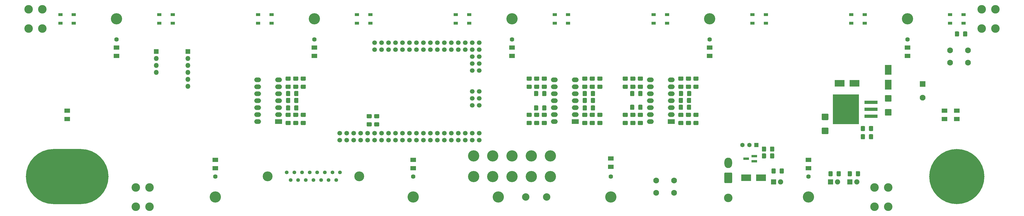
<source format=gbr>
%TF.GenerationSoftware,KiCad,Pcbnew,(5.1.6)-1*%
%TF.CreationDate,2021-05-10T16:49:00-07:00*%
%TF.ProjectId,NiCd Battery Shield - VP400KH,4e694364-2042-4617-9474-657279205368,1*%
%TF.SameCoordinates,Original*%
%TF.FileFunction,Soldermask,Top*%
%TF.FilePolarity,Negative*%
%FSLAX46Y46*%
G04 Gerber Fmt 4.6, Leading zero omitted, Abs format (unit mm)*
G04 Created by KiCad (PCBNEW (5.1.6)-1) date 2021-05-10 16:49:00*
%MOMM*%
%LPD*%
G01*
G04 APERTURE LIST*
%ADD10C,20.100000*%
%ADD11C,0.600000*%
%ADD12O,30.100000X20.100000*%
%ADD13C,1.350000*%
%ADD14C,3.600000*%
%ADD15C,2.100000*%
%ADD16R,2.100000X2.100000*%
%ADD17C,1.624000*%
%ADD18R,3.600000X2.400000*%
%ADD19C,4.100000*%
%ADD20C,2.700000*%
%ADD21C,1.900000*%
%ADD22R,1.900000X1.900000*%
%ADD23R,1.600000X1.100000*%
%ADD24R,2.100000X1.620000*%
%ADD25O,1.800000X1.800000*%
%ADD26R,1.800000X1.800000*%
%ADD27C,3.100000*%
%ADD28O,2.800000X3.800000*%
%ADD29R,2.000000X0.900000*%
%ADD30O,2.500000X1.700000*%
%ADD31R,2.500000X1.700000*%
%ADD32C,1.700000*%
%ADD33R,9.500000X10.900000*%
%ADD34R,4.700000X1.200000*%
%ADD35R,1.600000X1.600000*%
%ADD36C,1.600000*%
%ADD37R,2.400000X3.600000*%
G04 APERTURE END LIST*
D10*
%TO.C,J1*%
X382000000Y-185000000D03*
D11*
X382000000Y-178650000D03*
X379828172Y-179032952D03*
X377918299Y-180135618D03*
X376500739Y-181825000D03*
X375746471Y-183897334D03*
X375746471Y-186102666D03*
X376500739Y-188175000D03*
X377918299Y-189864382D03*
X379828172Y-190967048D03*
X382000000Y-191350000D03*
X384171828Y-190967048D03*
X386081701Y-189864382D03*
X387499261Y-188175000D03*
X388253529Y-186102666D03*
X388253529Y-183897334D03*
X387499261Y-181825000D03*
X386081701Y-180135618D03*
X384171828Y-179032952D03*
X382000000Y-177380000D03*
X379393807Y-177839542D03*
X377101958Y-179162741D03*
X375400886Y-181190000D03*
X374495765Y-183676801D03*
X374495765Y-186323199D03*
X375400886Y-188810000D03*
X377101958Y-190837259D03*
X379393807Y-192160458D03*
X382000000Y-192620000D03*
X384606193Y-192160458D03*
X386898042Y-190837259D03*
X388599114Y-188810000D03*
X389504235Y-186323199D03*
X389504235Y-183676801D03*
X388599114Y-181190000D03*
X386898042Y-179162741D03*
X384606193Y-177839542D03*
X382000000Y-176110000D03*
X378959441Y-176646133D03*
X376285618Y-178189865D03*
X374301034Y-180555000D03*
X373245059Y-183456268D03*
X373245059Y-186543732D03*
X374301034Y-189445000D03*
X376285618Y-191810135D03*
X378959441Y-193353867D03*
X382000000Y-193890000D03*
X385040559Y-193353867D03*
X387714382Y-191810135D03*
X389698966Y-189445000D03*
X390754941Y-186543732D03*
X390754941Y-183456268D03*
X389698966Y-180555000D03*
X387714382Y-178189865D03*
X385040559Y-176646133D03*
%TD*%
%TO.C,J12*%
X58000000Y-193650000D03*
X58000000Y-191110000D03*
X60500000Y-192380000D03*
X60500000Y-191110000D03*
X60500000Y-193650000D03*
X58000000Y-192380000D03*
X55500000Y-193650000D03*
X55500000Y-191110000D03*
X55500000Y-192380000D03*
X58000000Y-178400000D03*
X58000000Y-177130000D03*
X58000000Y-175860000D03*
X60500000Y-178400000D03*
X60500000Y-175860000D03*
X60500000Y-177130000D03*
X55500000Y-178400000D03*
X55500000Y-177130000D03*
X55500000Y-175860000D03*
X68714382Y-191560135D03*
X63000000Y-191100000D03*
X63000000Y-178400000D03*
X65606193Y-177589542D03*
X63000000Y-192370000D03*
X69599114Y-188560000D03*
X66040559Y-176396133D03*
X68714382Y-177939865D03*
X70698966Y-180305000D03*
X63000000Y-177130000D03*
X63000000Y-193640000D03*
X70504235Y-183426801D03*
X68499261Y-187925000D03*
X65171828Y-178782952D03*
X71754941Y-183206268D03*
X70698966Y-189195000D03*
X66040559Y-193103867D03*
X63000000Y-175860000D03*
X67898042Y-178912741D03*
X69599114Y-180940000D03*
X70504235Y-186073199D03*
X67081701Y-189614382D03*
X68499261Y-181575000D03*
X67081701Y-179885618D03*
X65606193Y-191910458D03*
X65171828Y-190717048D03*
X67898042Y-190587259D03*
X69253529Y-183647334D03*
X71754941Y-186293732D03*
X69253529Y-185852666D03*
X47285618Y-191560135D03*
X44245059Y-186293732D03*
X46400886Y-188560000D03*
X53000000Y-191100000D03*
X46746471Y-183647334D03*
X53000000Y-178400000D03*
X46400886Y-180940000D03*
X48918299Y-189614382D03*
X53000000Y-192370000D03*
X53000000Y-177130000D03*
X53000000Y-193640000D03*
X50828172Y-178782952D03*
X50393807Y-177589542D03*
X50828172Y-190717048D03*
X49959441Y-193103867D03*
X45301034Y-189195000D03*
X45301034Y-180305000D03*
X45495765Y-183426801D03*
X47500739Y-181575000D03*
X47285618Y-177939865D03*
X47500739Y-187925000D03*
X49959441Y-176396133D03*
X53000000Y-175860000D03*
X48101958Y-178912741D03*
X50393807Y-191910458D03*
X48101958Y-190587259D03*
X46746471Y-185852666D03*
X48918299Y-179885618D03*
X44245059Y-183206268D03*
X45495765Y-186073199D03*
D12*
X58000000Y-185000000D03*
%TD*%
D13*
%TO.C,J6*%
X156005000Y-186340000D03*
X153235000Y-186340000D03*
X150465000Y-186340000D03*
X147695000Y-186340000D03*
X144925000Y-186340000D03*
X142155000Y-186340000D03*
X139385000Y-186340000D03*
X157390000Y-183500000D03*
X154620000Y-183500000D03*
X151850000Y-183500000D03*
X149080000Y-183500000D03*
X146310000Y-183500000D03*
X143540000Y-183500000D03*
X140770000Y-183500000D03*
X138000000Y-183500000D03*
D14*
X164345000Y-184920000D03*
X131045000Y-184920000D03*
%TD*%
D15*
%TO.C,C4*%
X369500000Y-156250000D03*
D16*
X369500000Y-151250000D03*
%TD*%
D17*
%TO.C,J7*%
X220000000Y-135000000D03*
%TD*%
D18*
%TO.C,D1*%
X339300000Y-151000000D03*
X344700000Y-151000000D03*
%TD*%
D19*
%TO.C,TP19*%
X76000000Y-127500000D03*
%TD*%
%TO.C,TP17*%
X112000000Y-192500000D03*
%TD*%
%TO.C,TP14*%
X148000000Y-127500000D03*
%TD*%
%TO.C,TP12*%
X184000000Y-192500000D03*
%TD*%
%TO.C,TP10*%
X220000000Y-127500000D03*
%TD*%
%TO.C,TP8*%
X256000000Y-192500000D03*
%TD*%
%TO.C,TP6*%
X292000000Y-127500000D03*
%TD*%
%TO.C,TP4*%
X328000000Y-192500000D03*
%TD*%
%TO.C,TP2*%
X364000000Y-127500000D03*
%TD*%
D20*
%TO.C,TP15*%
X232620000Y-192500000D03*
X225000000Y-192500000D03*
%TD*%
D17*
%TO.C,J11*%
X76000000Y-135000000D03*
%TD*%
%TO.C,J10*%
X112000000Y-185000000D03*
%TD*%
%TO.C,J9*%
X148000000Y-135000000D03*
%TD*%
%TO.C,J8*%
X184000000Y-185000000D03*
%TD*%
%TO.C,J5*%
X256000000Y-185000000D03*
%TD*%
%TO.C,J4*%
X292000000Y-135000000D03*
%TD*%
%TO.C,J3*%
X328000000Y-185000000D03*
%TD*%
%TO.C,J2*%
X364000000Y-135000000D03*
%TD*%
D21*
%TO.C,D5*%
X338540000Y-187000000D03*
D22*
X336000000Y-187000000D03*
%TD*%
D21*
%TO.C,D3*%
X345540000Y-187000000D03*
D22*
X343000000Y-187000000D03*
%TD*%
%TO.C,R47*%
G36*
G01*
X317462500Y-183657456D02*
X317462500Y-182342544D01*
G75*
G02*
X317730044Y-182075000I267544J0D01*
G01*
X318719956Y-182075000D01*
G75*
G02*
X318987500Y-182342544I0J-267544D01*
G01*
X318987500Y-183657456D01*
G75*
G02*
X318719956Y-183925000I-267544J0D01*
G01*
X317730044Y-183925000D01*
G75*
G02*
X317462500Y-183657456I0J267544D01*
G01*
G37*
G36*
G01*
X314487500Y-183657456D02*
X314487500Y-182342544D01*
G75*
G02*
X314755044Y-182075000I267544J0D01*
G01*
X315744956Y-182075000D01*
G75*
G02*
X316012500Y-182342544I0J-267544D01*
G01*
X316012500Y-183657456D01*
G75*
G02*
X315744956Y-183925000I-267544J0D01*
G01*
X314755044Y-183925000D01*
G75*
G02*
X314487500Y-183657456I0J267544D01*
G01*
G37*
%TD*%
D21*
%TO.C,D4*%
X317790000Y-187000000D03*
D22*
X315250000Y-187000000D03*
%TD*%
%TO.C,C6*%
G36*
G01*
X333036110Y-167175000D02*
X334963890Y-167175000D01*
G75*
G02*
X335225000Y-167436110I0J-261110D01*
G01*
X335225000Y-169263890D01*
G75*
G02*
X334963890Y-169525000I-261110J0D01*
G01*
X333036110Y-169525000D01*
G75*
G02*
X332775000Y-169263890I0J261110D01*
G01*
X332775000Y-167436110D01*
G75*
G02*
X333036110Y-167175000I261110J0D01*
G01*
G37*
G36*
G01*
X333036110Y-162075000D02*
X334963890Y-162075000D01*
G75*
G02*
X335225000Y-162336110I0J-261110D01*
G01*
X335225000Y-164163890D01*
G75*
G02*
X334963890Y-164425000I-261110J0D01*
G01*
X333036110Y-164425000D01*
G75*
G02*
X332775000Y-164163890I0J261110D01*
G01*
X332775000Y-162336110D01*
G75*
G02*
X333036110Y-162075000I261110J0D01*
G01*
G37*
%TD*%
%TO.C,C5*%
G36*
G01*
X356036110Y-160425000D02*
X357963890Y-160425000D01*
G75*
G02*
X358225000Y-160686110I0J-261110D01*
G01*
X358225000Y-162513890D01*
G75*
G02*
X357963890Y-162775000I-261110J0D01*
G01*
X356036110Y-162775000D01*
G75*
G02*
X355775000Y-162513890I0J261110D01*
G01*
X355775000Y-160686110D01*
G75*
G02*
X356036110Y-160425000I261110J0D01*
G01*
G37*
G36*
G01*
X356036110Y-155325000D02*
X357963890Y-155325000D01*
G75*
G02*
X358225000Y-155586110I0J-261110D01*
G01*
X358225000Y-157413890D01*
G75*
G02*
X357963890Y-157675000I-261110J0D01*
G01*
X356036110Y-157675000D01*
G75*
G02*
X355775000Y-157413890I0J261110D01*
G01*
X355775000Y-155586110D01*
G75*
G02*
X356036110Y-155325000I261110J0D01*
G01*
G37*
%TD*%
%TO.C,C1*%
G36*
G01*
X283712500Y-157907456D02*
X283712500Y-156592544D01*
G75*
G02*
X283980044Y-156325000I267544J0D01*
G01*
X284969956Y-156325000D01*
G75*
G02*
X285237500Y-156592544I0J-267544D01*
G01*
X285237500Y-157907456D01*
G75*
G02*
X284969956Y-158175000I-267544J0D01*
G01*
X283980044Y-158175000D01*
G75*
G02*
X283712500Y-157907456I0J267544D01*
G01*
G37*
G36*
G01*
X280737500Y-157907456D02*
X280737500Y-156592544D01*
G75*
G02*
X281005044Y-156325000I267544J0D01*
G01*
X281994956Y-156325000D01*
G75*
G02*
X282262500Y-156592544I0J-267544D01*
G01*
X282262500Y-157907456D01*
G75*
G02*
X281994956Y-158175000I-267544J0D01*
G01*
X281005044Y-158175000D01*
G75*
G02*
X280737500Y-157907456I0J267544D01*
G01*
G37*
%TD*%
%TO.C,C2*%
G36*
G01*
X248712500Y-157907456D02*
X248712500Y-156592544D01*
G75*
G02*
X248980044Y-156325000I267544J0D01*
G01*
X249969956Y-156325000D01*
G75*
G02*
X250237500Y-156592544I0J-267544D01*
G01*
X250237500Y-157907456D01*
G75*
G02*
X249969956Y-158175000I-267544J0D01*
G01*
X248980044Y-158175000D01*
G75*
G02*
X248712500Y-157907456I0J267544D01*
G01*
G37*
G36*
G01*
X245737500Y-157907456D02*
X245737500Y-156592544D01*
G75*
G02*
X246005044Y-156325000I267544J0D01*
G01*
X246994956Y-156325000D01*
G75*
G02*
X247262500Y-156592544I0J-267544D01*
G01*
X247262500Y-157907456D01*
G75*
G02*
X246994956Y-158175000I-267544J0D01*
G01*
X246005044Y-158175000D01*
G75*
G02*
X245737500Y-157907456I0J267544D01*
G01*
G37*
%TD*%
%TO.C,C3*%
G36*
G01*
X140712500Y-157907456D02*
X140712500Y-156592544D01*
G75*
G02*
X140980044Y-156325000I267544J0D01*
G01*
X141969956Y-156325000D01*
G75*
G02*
X142237500Y-156592544I0J-267544D01*
G01*
X142237500Y-157907456D01*
G75*
G02*
X141969956Y-158175000I-267544J0D01*
G01*
X140980044Y-158175000D01*
G75*
G02*
X140712500Y-157907456I0J267544D01*
G01*
G37*
G36*
G01*
X137737500Y-157907456D02*
X137737500Y-156592544D01*
G75*
G02*
X138005044Y-156325000I267544J0D01*
G01*
X138994956Y-156325000D01*
G75*
G02*
X139262500Y-156592544I0J-267544D01*
G01*
X139262500Y-157907456D01*
G75*
G02*
X138994956Y-158175000I-267544J0D01*
G01*
X138005044Y-158175000D01*
G75*
G02*
X137737500Y-157907456I0J267544D01*
G01*
G37*
%TD*%
D18*
%TO.C,D6*%
X310650000Y-185500000D03*
X305250000Y-185500000D03*
%TD*%
D23*
%TO.C,D7*%
X379550000Y-125900000D03*
X379550000Y-129100000D03*
X384450000Y-125900000D03*
X384450000Y-129100000D03*
%TD*%
%TO.C,D8*%
X343550000Y-125900000D03*
X343550000Y-129100000D03*
X348450000Y-125900000D03*
X348450000Y-129100000D03*
%TD*%
%TO.C,D9*%
X307550000Y-125900000D03*
X307550000Y-129100000D03*
X312450000Y-125900000D03*
X312450000Y-129100000D03*
%TD*%
%TO.C,D10*%
X271550000Y-125900000D03*
X271550000Y-129100000D03*
X276450000Y-125900000D03*
X276450000Y-129100000D03*
%TD*%
%TO.C,D11*%
X235550000Y-125900000D03*
X235550000Y-129100000D03*
X240450000Y-125900000D03*
X240450000Y-129100000D03*
%TD*%
%TO.C,D12*%
X199550000Y-125900000D03*
X199550000Y-129100000D03*
X204450000Y-125900000D03*
X204450000Y-129100000D03*
%TD*%
%TO.C,D13*%
X163550000Y-125900000D03*
X163550000Y-129100000D03*
X168450000Y-125900000D03*
X168450000Y-129100000D03*
%TD*%
%TO.C,D14*%
X127550000Y-125900000D03*
X127550000Y-129100000D03*
X132450000Y-125900000D03*
X132450000Y-129100000D03*
%TD*%
%TO.C,D15*%
X91550000Y-125900000D03*
X91550000Y-129100000D03*
X96450000Y-125900000D03*
X96450000Y-129100000D03*
%TD*%
%TO.C,D16*%
X55550000Y-125900000D03*
X55550000Y-129100000D03*
X60450000Y-125900000D03*
X60450000Y-129100000D03*
%TD*%
D24*
%TO.C,F1*%
X382000000Y-160960000D03*
X382000000Y-164000000D03*
%TD*%
%TO.C,F2*%
X364000000Y-141040000D03*
X364000000Y-138000000D03*
%TD*%
%TO.C,F3*%
X328000000Y-178960000D03*
X328000000Y-182000000D03*
%TD*%
%TO.C,F4*%
X292000000Y-141040000D03*
X292000000Y-138000000D03*
%TD*%
%TO.C,F5*%
X256000000Y-178460000D03*
X256000000Y-181500000D03*
%TD*%
%TO.C,F12*%
X377500000Y-160960000D03*
X377500000Y-164000000D03*
%TD*%
D25*
%TO.C,J14*%
X90500000Y-147045001D03*
X90500000Y-144505001D03*
X90500000Y-141965001D03*
D26*
X90500000Y-139425001D03*
%TD*%
D27*
%TO.C,J13*%
X298750000Y-192800000D03*
D28*
X298750000Y-180000000D03*
G36*
G01*
X300150000Y-183859260D02*
X300150000Y-187140740D01*
G75*
G02*
X299890740Y-187400000I-259260J0D01*
G01*
X297609260Y-187400000D01*
G75*
G02*
X297350000Y-187140740I0J259260D01*
G01*
X297350000Y-183859260D01*
G75*
G02*
X297609260Y-183600000I259260J0D01*
G01*
X299890740Y-183600000D01*
G75*
G02*
X300150000Y-183859260I0J-259260D01*
G01*
G37*
%TD*%
D25*
%TO.C,J15*%
X102000000Y-152125001D03*
X102000000Y-149585001D03*
X102000000Y-147045001D03*
X102000000Y-144505001D03*
X102000000Y-141965001D03*
D26*
X102000000Y-139425001D03*
%TD*%
D29*
%TO.C,Q1*%
X305250000Y-178500000D03*
X308250000Y-177550000D03*
X308250000Y-179450000D03*
%TD*%
%TO.C,R1*%
G36*
G01*
X283712500Y-160407456D02*
X283712500Y-159092544D01*
G75*
G02*
X283980044Y-158825000I267544J0D01*
G01*
X284969956Y-158825000D01*
G75*
G02*
X285237500Y-159092544I0J-267544D01*
G01*
X285237500Y-160407456D01*
G75*
G02*
X284969956Y-160675000I-267544J0D01*
G01*
X283980044Y-160675000D01*
G75*
G02*
X283712500Y-160407456I0J267544D01*
G01*
G37*
G36*
G01*
X280737500Y-160407456D02*
X280737500Y-159092544D01*
G75*
G02*
X281005044Y-158825000I267544J0D01*
G01*
X281994956Y-158825000D01*
G75*
G02*
X282262500Y-159092544I0J-267544D01*
G01*
X282262500Y-160407456D01*
G75*
G02*
X281994956Y-160675000I-267544J0D01*
G01*
X281005044Y-160675000D01*
G75*
G02*
X280737500Y-160407456I0J267544D01*
G01*
G37*
%TD*%
%TO.C,R2*%
G36*
G01*
X287657456Y-163262500D02*
X286342544Y-163262500D01*
G75*
G02*
X286075000Y-162994956I0J267544D01*
G01*
X286075000Y-162005044D01*
G75*
G02*
X286342544Y-161737500I267544J0D01*
G01*
X287657456Y-161737500D01*
G75*
G02*
X287925000Y-162005044I0J-267544D01*
G01*
X287925000Y-162994956D01*
G75*
G02*
X287657456Y-163262500I-267544J0D01*
G01*
G37*
G36*
G01*
X287657456Y-166237500D02*
X286342544Y-166237500D01*
G75*
G02*
X286075000Y-165969956I0J267544D01*
G01*
X286075000Y-164980044D01*
G75*
G02*
X286342544Y-164712500I267544J0D01*
G01*
X287657456Y-164712500D01*
G75*
G02*
X287925000Y-164980044I0J-267544D01*
G01*
X287925000Y-165969956D01*
G75*
G02*
X287657456Y-166237500I-267544J0D01*
G01*
G37*
%TD*%
%TO.C,R3*%
G36*
G01*
X284907456Y-163262500D02*
X283592544Y-163262500D01*
G75*
G02*
X283325000Y-162994956I0J267544D01*
G01*
X283325000Y-162005044D01*
G75*
G02*
X283592544Y-161737500I267544J0D01*
G01*
X284907456Y-161737500D01*
G75*
G02*
X285175000Y-162005044I0J-267544D01*
G01*
X285175000Y-162994956D01*
G75*
G02*
X284907456Y-163262500I-267544J0D01*
G01*
G37*
G36*
G01*
X284907456Y-166237500D02*
X283592544Y-166237500D01*
G75*
G02*
X283325000Y-165969956I0J267544D01*
G01*
X283325000Y-164980044D01*
G75*
G02*
X283592544Y-164712500I267544J0D01*
G01*
X284907456Y-164712500D01*
G75*
G02*
X285175000Y-164980044I0J-267544D01*
G01*
X285175000Y-165969956D01*
G75*
G02*
X284907456Y-166237500I-267544J0D01*
G01*
G37*
%TD*%
%TO.C,R4*%
G36*
G01*
X280842544Y-164737500D02*
X282157456Y-164737500D01*
G75*
G02*
X282425000Y-165005044I0J-267544D01*
G01*
X282425000Y-165994956D01*
G75*
G02*
X282157456Y-166262500I-267544J0D01*
G01*
X280842544Y-166262500D01*
G75*
G02*
X280575000Y-165994956I0J267544D01*
G01*
X280575000Y-165005044D01*
G75*
G02*
X280842544Y-164737500I267544J0D01*
G01*
G37*
G36*
G01*
X280842544Y-161762500D02*
X282157456Y-161762500D01*
G75*
G02*
X282425000Y-162030044I0J-267544D01*
G01*
X282425000Y-163019956D01*
G75*
G02*
X282157456Y-163287500I-267544J0D01*
G01*
X280842544Y-163287500D01*
G75*
G02*
X280575000Y-163019956I0J267544D01*
G01*
X280575000Y-162030044D01*
G75*
G02*
X280842544Y-161762500I267544J0D01*
G01*
G37*
%TD*%
%TO.C,R5*%
G36*
G01*
X283737500Y-155407456D02*
X283737500Y-154092544D01*
G75*
G02*
X284005044Y-153825000I267544J0D01*
G01*
X284994956Y-153825000D01*
G75*
G02*
X285262500Y-154092544I0J-267544D01*
G01*
X285262500Y-155407456D01*
G75*
G02*
X284994956Y-155675000I-267544J0D01*
G01*
X284005044Y-155675000D01*
G75*
G02*
X283737500Y-155407456I0J267544D01*
G01*
G37*
G36*
G01*
X280762500Y-155407456D02*
X280762500Y-154092544D01*
G75*
G02*
X281030044Y-153825000I267544J0D01*
G01*
X282019956Y-153825000D01*
G75*
G02*
X282287500Y-154092544I0J-267544D01*
G01*
X282287500Y-155407456D01*
G75*
G02*
X282019956Y-155675000I-267544J0D01*
G01*
X281030044Y-155675000D01*
G75*
G02*
X280762500Y-155407456I0J267544D01*
G01*
G37*
%TD*%
%TO.C,R6*%
G36*
G01*
X286342544Y-151487500D02*
X287657456Y-151487500D01*
G75*
G02*
X287925000Y-151755044I0J-267544D01*
G01*
X287925000Y-152744956D01*
G75*
G02*
X287657456Y-153012500I-267544J0D01*
G01*
X286342544Y-153012500D01*
G75*
G02*
X286075000Y-152744956I0J267544D01*
G01*
X286075000Y-151755044D01*
G75*
G02*
X286342544Y-151487500I267544J0D01*
G01*
G37*
G36*
G01*
X286342544Y-148512500D02*
X287657456Y-148512500D01*
G75*
G02*
X287925000Y-148780044I0J-267544D01*
G01*
X287925000Y-149769956D01*
G75*
G02*
X287657456Y-150037500I-267544J0D01*
G01*
X286342544Y-150037500D01*
G75*
G02*
X286075000Y-149769956I0J267544D01*
G01*
X286075000Y-148780044D01*
G75*
G02*
X286342544Y-148512500I267544J0D01*
G01*
G37*
%TD*%
%TO.C,R7*%
G36*
G01*
X283592544Y-151487500D02*
X284907456Y-151487500D01*
G75*
G02*
X285175000Y-151755044I0J-267544D01*
G01*
X285175000Y-152744956D01*
G75*
G02*
X284907456Y-153012500I-267544J0D01*
G01*
X283592544Y-153012500D01*
G75*
G02*
X283325000Y-152744956I0J267544D01*
G01*
X283325000Y-151755044D01*
G75*
G02*
X283592544Y-151487500I267544J0D01*
G01*
G37*
G36*
G01*
X283592544Y-148512500D02*
X284907456Y-148512500D01*
G75*
G02*
X285175000Y-148780044I0J-267544D01*
G01*
X285175000Y-149769956D01*
G75*
G02*
X284907456Y-150037500I-267544J0D01*
G01*
X283592544Y-150037500D01*
G75*
G02*
X283325000Y-149769956I0J267544D01*
G01*
X283325000Y-148780044D01*
G75*
G02*
X283592544Y-148512500I267544J0D01*
G01*
G37*
%TD*%
%TO.C,R8*%
G36*
G01*
X282157456Y-150037500D02*
X280842544Y-150037500D01*
G75*
G02*
X280575000Y-149769956I0J267544D01*
G01*
X280575000Y-148780044D01*
G75*
G02*
X280842544Y-148512500I267544J0D01*
G01*
X282157456Y-148512500D01*
G75*
G02*
X282425000Y-148780044I0J-267544D01*
G01*
X282425000Y-149769956D01*
G75*
G02*
X282157456Y-150037500I-267544J0D01*
G01*
G37*
G36*
G01*
X282157456Y-153012500D02*
X280842544Y-153012500D01*
G75*
G02*
X280575000Y-152744956I0J267544D01*
G01*
X280575000Y-151755044D01*
G75*
G02*
X280842544Y-151487500I267544J0D01*
G01*
X282157456Y-151487500D01*
G75*
G02*
X282425000Y-151755044I0J-267544D01*
G01*
X282425000Y-152744956D01*
G75*
G02*
X282157456Y-153012500I-267544J0D01*
G01*
G37*
%TD*%
%TO.C,R9*%
G36*
G01*
X264537500Y-154092544D02*
X264537500Y-155407456D01*
G75*
G02*
X264269956Y-155675000I-267544J0D01*
G01*
X263280044Y-155675000D01*
G75*
G02*
X263012500Y-155407456I0J267544D01*
G01*
X263012500Y-154092544D01*
G75*
G02*
X263280044Y-153825000I267544J0D01*
G01*
X264269956Y-153825000D01*
G75*
G02*
X264537500Y-154092544I0J-267544D01*
G01*
G37*
G36*
G01*
X267512500Y-154092544D02*
X267512500Y-155407456D01*
G75*
G02*
X267244956Y-155675000I-267544J0D01*
G01*
X266255044Y-155675000D01*
G75*
G02*
X265987500Y-155407456I0J267544D01*
G01*
X265987500Y-154092544D01*
G75*
G02*
X266255044Y-153825000I267544J0D01*
G01*
X267244956Y-153825000D01*
G75*
G02*
X267512500Y-154092544I0J-267544D01*
G01*
G37*
%TD*%
%TO.C,R10*%
G36*
G01*
X260592544Y-151487500D02*
X261907456Y-151487500D01*
G75*
G02*
X262175000Y-151755044I0J-267544D01*
G01*
X262175000Y-152744956D01*
G75*
G02*
X261907456Y-153012500I-267544J0D01*
G01*
X260592544Y-153012500D01*
G75*
G02*
X260325000Y-152744956I0J267544D01*
G01*
X260325000Y-151755044D01*
G75*
G02*
X260592544Y-151487500I267544J0D01*
G01*
G37*
G36*
G01*
X260592544Y-148512500D02*
X261907456Y-148512500D01*
G75*
G02*
X262175000Y-148780044I0J-267544D01*
G01*
X262175000Y-149769956D01*
G75*
G02*
X261907456Y-150037500I-267544J0D01*
G01*
X260592544Y-150037500D01*
G75*
G02*
X260325000Y-149769956I0J267544D01*
G01*
X260325000Y-148780044D01*
G75*
G02*
X260592544Y-148512500I267544J0D01*
G01*
G37*
%TD*%
%TO.C,R11*%
G36*
G01*
X263342544Y-151487500D02*
X264657456Y-151487500D01*
G75*
G02*
X264925000Y-151755044I0J-267544D01*
G01*
X264925000Y-152744956D01*
G75*
G02*
X264657456Y-153012500I-267544J0D01*
G01*
X263342544Y-153012500D01*
G75*
G02*
X263075000Y-152744956I0J267544D01*
G01*
X263075000Y-151755044D01*
G75*
G02*
X263342544Y-151487500I267544J0D01*
G01*
G37*
G36*
G01*
X263342544Y-148512500D02*
X264657456Y-148512500D01*
G75*
G02*
X264925000Y-148780044I0J-267544D01*
G01*
X264925000Y-149769956D01*
G75*
G02*
X264657456Y-150037500I-267544J0D01*
G01*
X263342544Y-150037500D01*
G75*
G02*
X263075000Y-149769956I0J267544D01*
G01*
X263075000Y-148780044D01*
G75*
G02*
X263342544Y-148512500I267544J0D01*
G01*
G37*
%TD*%
%TO.C,R12*%
G36*
G01*
X267407456Y-150037500D02*
X266092544Y-150037500D01*
G75*
G02*
X265825000Y-149769956I0J267544D01*
G01*
X265825000Y-148780044D01*
G75*
G02*
X266092544Y-148512500I267544J0D01*
G01*
X267407456Y-148512500D01*
G75*
G02*
X267675000Y-148780044I0J-267544D01*
G01*
X267675000Y-149769956D01*
G75*
G02*
X267407456Y-150037500I-267544J0D01*
G01*
G37*
G36*
G01*
X267407456Y-153012500D02*
X266092544Y-153012500D01*
G75*
G02*
X265825000Y-152744956I0J267544D01*
G01*
X265825000Y-151755044D01*
G75*
G02*
X266092544Y-151487500I267544J0D01*
G01*
X267407456Y-151487500D01*
G75*
G02*
X267675000Y-151755044I0J-267544D01*
G01*
X267675000Y-152744956D01*
G75*
G02*
X267407456Y-153012500I-267544J0D01*
G01*
G37*
%TD*%
%TO.C,R13*%
G36*
G01*
X264537500Y-159092544D02*
X264537500Y-160407456D01*
G75*
G02*
X264269956Y-160675000I-267544J0D01*
G01*
X263280044Y-160675000D01*
G75*
G02*
X263012500Y-160407456I0J267544D01*
G01*
X263012500Y-159092544D01*
G75*
G02*
X263280044Y-158825000I267544J0D01*
G01*
X264269956Y-158825000D01*
G75*
G02*
X264537500Y-159092544I0J-267544D01*
G01*
G37*
G36*
G01*
X267512500Y-159092544D02*
X267512500Y-160407456D01*
G75*
G02*
X267244956Y-160675000I-267544J0D01*
G01*
X266255044Y-160675000D01*
G75*
G02*
X265987500Y-160407456I0J267544D01*
G01*
X265987500Y-159092544D01*
G75*
G02*
X266255044Y-158825000I267544J0D01*
G01*
X267244956Y-158825000D01*
G75*
G02*
X267512500Y-159092544I0J-267544D01*
G01*
G37*
%TD*%
%TO.C,R14*%
G36*
G01*
X261907456Y-163262500D02*
X260592544Y-163262500D01*
G75*
G02*
X260325000Y-162994956I0J267544D01*
G01*
X260325000Y-162005044D01*
G75*
G02*
X260592544Y-161737500I267544J0D01*
G01*
X261907456Y-161737500D01*
G75*
G02*
X262175000Y-162005044I0J-267544D01*
G01*
X262175000Y-162994956D01*
G75*
G02*
X261907456Y-163262500I-267544J0D01*
G01*
G37*
G36*
G01*
X261907456Y-166237500D02*
X260592544Y-166237500D01*
G75*
G02*
X260325000Y-165969956I0J267544D01*
G01*
X260325000Y-164980044D01*
G75*
G02*
X260592544Y-164712500I267544J0D01*
G01*
X261907456Y-164712500D01*
G75*
G02*
X262175000Y-164980044I0J-267544D01*
G01*
X262175000Y-165969956D01*
G75*
G02*
X261907456Y-166237500I-267544J0D01*
G01*
G37*
%TD*%
%TO.C,R15*%
G36*
G01*
X264657456Y-163262500D02*
X263342544Y-163262500D01*
G75*
G02*
X263075000Y-162994956I0J267544D01*
G01*
X263075000Y-162005044D01*
G75*
G02*
X263342544Y-161737500I267544J0D01*
G01*
X264657456Y-161737500D01*
G75*
G02*
X264925000Y-162005044I0J-267544D01*
G01*
X264925000Y-162994956D01*
G75*
G02*
X264657456Y-163262500I-267544J0D01*
G01*
G37*
G36*
G01*
X264657456Y-166237500D02*
X263342544Y-166237500D01*
G75*
G02*
X263075000Y-165969956I0J267544D01*
G01*
X263075000Y-164980044D01*
G75*
G02*
X263342544Y-164712500I267544J0D01*
G01*
X264657456Y-164712500D01*
G75*
G02*
X264925000Y-164980044I0J-267544D01*
G01*
X264925000Y-165969956D01*
G75*
G02*
X264657456Y-166237500I-267544J0D01*
G01*
G37*
%TD*%
%TO.C,R16*%
G36*
G01*
X266092544Y-164712500D02*
X267407456Y-164712500D01*
G75*
G02*
X267675000Y-164980044I0J-267544D01*
G01*
X267675000Y-165969956D01*
G75*
G02*
X267407456Y-166237500I-267544J0D01*
G01*
X266092544Y-166237500D01*
G75*
G02*
X265825000Y-165969956I0J267544D01*
G01*
X265825000Y-164980044D01*
G75*
G02*
X266092544Y-164712500I267544J0D01*
G01*
G37*
G36*
G01*
X266092544Y-161737500D02*
X267407456Y-161737500D01*
G75*
G02*
X267675000Y-162005044I0J-267544D01*
G01*
X267675000Y-162994956D01*
G75*
G02*
X267407456Y-163262500I-267544J0D01*
G01*
X266092544Y-163262500D01*
G75*
G02*
X265825000Y-162994956I0J267544D01*
G01*
X265825000Y-162005044D01*
G75*
G02*
X266092544Y-161737500I267544J0D01*
G01*
G37*
%TD*%
%TO.C,R17*%
G36*
G01*
X248712500Y-160657456D02*
X248712500Y-159342544D01*
G75*
G02*
X248980044Y-159075000I267544J0D01*
G01*
X249969956Y-159075000D01*
G75*
G02*
X250237500Y-159342544I0J-267544D01*
G01*
X250237500Y-160657456D01*
G75*
G02*
X249969956Y-160925000I-267544J0D01*
G01*
X248980044Y-160925000D01*
G75*
G02*
X248712500Y-160657456I0J267544D01*
G01*
G37*
G36*
G01*
X245737500Y-160657456D02*
X245737500Y-159342544D01*
G75*
G02*
X246005044Y-159075000I267544J0D01*
G01*
X246994956Y-159075000D01*
G75*
G02*
X247262500Y-159342544I0J-267544D01*
G01*
X247262500Y-160657456D01*
G75*
G02*
X246994956Y-160925000I-267544J0D01*
G01*
X246005044Y-160925000D01*
G75*
G02*
X245737500Y-160657456I0J267544D01*
G01*
G37*
%TD*%
%TO.C,R18*%
G36*
G01*
X252657456Y-163262500D02*
X251342544Y-163262500D01*
G75*
G02*
X251075000Y-162994956I0J267544D01*
G01*
X251075000Y-162005044D01*
G75*
G02*
X251342544Y-161737500I267544J0D01*
G01*
X252657456Y-161737500D01*
G75*
G02*
X252925000Y-162005044I0J-267544D01*
G01*
X252925000Y-162994956D01*
G75*
G02*
X252657456Y-163262500I-267544J0D01*
G01*
G37*
G36*
G01*
X252657456Y-166237500D02*
X251342544Y-166237500D01*
G75*
G02*
X251075000Y-165969956I0J267544D01*
G01*
X251075000Y-164980044D01*
G75*
G02*
X251342544Y-164712500I267544J0D01*
G01*
X252657456Y-164712500D01*
G75*
G02*
X252925000Y-164980044I0J-267544D01*
G01*
X252925000Y-165969956D01*
G75*
G02*
X252657456Y-166237500I-267544J0D01*
G01*
G37*
%TD*%
%TO.C,R19*%
G36*
G01*
X249907456Y-163262500D02*
X248592544Y-163262500D01*
G75*
G02*
X248325000Y-162994956I0J267544D01*
G01*
X248325000Y-162005044D01*
G75*
G02*
X248592544Y-161737500I267544J0D01*
G01*
X249907456Y-161737500D01*
G75*
G02*
X250175000Y-162005044I0J-267544D01*
G01*
X250175000Y-162994956D01*
G75*
G02*
X249907456Y-163262500I-267544J0D01*
G01*
G37*
G36*
G01*
X249907456Y-166237500D02*
X248592544Y-166237500D01*
G75*
G02*
X248325000Y-165969956I0J267544D01*
G01*
X248325000Y-164980044D01*
G75*
G02*
X248592544Y-164712500I267544J0D01*
G01*
X249907456Y-164712500D01*
G75*
G02*
X250175000Y-164980044I0J-267544D01*
G01*
X250175000Y-165969956D01*
G75*
G02*
X249907456Y-166237500I-267544J0D01*
G01*
G37*
%TD*%
%TO.C,R20*%
G36*
G01*
X245842544Y-164712500D02*
X247157456Y-164712500D01*
G75*
G02*
X247425000Y-164980044I0J-267544D01*
G01*
X247425000Y-165969956D01*
G75*
G02*
X247157456Y-166237500I-267544J0D01*
G01*
X245842544Y-166237500D01*
G75*
G02*
X245575000Y-165969956I0J267544D01*
G01*
X245575000Y-164980044D01*
G75*
G02*
X245842544Y-164712500I267544J0D01*
G01*
G37*
G36*
G01*
X245842544Y-161737500D02*
X247157456Y-161737500D01*
G75*
G02*
X247425000Y-162005044I0J-267544D01*
G01*
X247425000Y-162994956D01*
G75*
G02*
X247157456Y-163262500I-267544J0D01*
G01*
X245842544Y-163262500D01*
G75*
G02*
X245575000Y-162994956I0J267544D01*
G01*
X245575000Y-162005044D01*
G75*
G02*
X245842544Y-161737500I267544J0D01*
G01*
G37*
%TD*%
%TO.C,R21*%
G36*
G01*
X248712500Y-155407456D02*
X248712500Y-154092544D01*
G75*
G02*
X248980044Y-153825000I267544J0D01*
G01*
X249969956Y-153825000D01*
G75*
G02*
X250237500Y-154092544I0J-267544D01*
G01*
X250237500Y-155407456D01*
G75*
G02*
X249969956Y-155675000I-267544J0D01*
G01*
X248980044Y-155675000D01*
G75*
G02*
X248712500Y-155407456I0J267544D01*
G01*
G37*
G36*
G01*
X245737500Y-155407456D02*
X245737500Y-154092544D01*
G75*
G02*
X246005044Y-153825000I267544J0D01*
G01*
X246994956Y-153825000D01*
G75*
G02*
X247262500Y-154092544I0J-267544D01*
G01*
X247262500Y-155407456D01*
G75*
G02*
X246994956Y-155675000I-267544J0D01*
G01*
X246005044Y-155675000D01*
G75*
G02*
X245737500Y-155407456I0J267544D01*
G01*
G37*
%TD*%
%TO.C,R22*%
G36*
G01*
X251342544Y-151487500D02*
X252657456Y-151487500D01*
G75*
G02*
X252925000Y-151755044I0J-267544D01*
G01*
X252925000Y-152744956D01*
G75*
G02*
X252657456Y-153012500I-267544J0D01*
G01*
X251342544Y-153012500D01*
G75*
G02*
X251075000Y-152744956I0J267544D01*
G01*
X251075000Y-151755044D01*
G75*
G02*
X251342544Y-151487500I267544J0D01*
G01*
G37*
G36*
G01*
X251342544Y-148512500D02*
X252657456Y-148512500D01*
G75*
G02*
X252925000Y-148780044I0J-267544D01*
G01*
X252925000Y-149769956D01*
G75*
G02*
X252657456Y-150037500I-267544J0D01*
G01*
X251342544Y-150037500D01*
G75*
G02*
X251075000Y-149769956I0J267544D01*
G01*
X251075000Y-148780044D01*
G75*
G02*
X251342544Y-148512500I267544J0D01*
G01*
G37*
%TD*%
%TO.C,R23*%
G36*
G01*
X248592544Y-151487500D02*
X249907456Y-151487500D01*
G75*
G02*
X250175000Y-151755044I0J-267544D01*
G01*
X250175000Y-152744956D01*
G75*
G02*
X249907456Y-153012500I-267544J0D01*
G01*
X248592544Y-153012500D01*
G75*
G02*
X248325000Y-152744956I0J267544D01*
G01*
X248325000Y-151755044D01*
G75*
G02*
X248592544Y-151487500I267544J0D01*
G01*
G37*
G36*
G01*
X248592544Y-148512500D02*
X249907456Y-148512500D01*
G75*
G02*
X250175000Y-148780044I0J-267544D01*
G01*
X250175000Y-149769956D01*
G75*
G02*
X249907456Y-150037500I-267544J0D01*
G01*
X248592544Y-150037500D01*
G75*
G02*
X248325000Y-149769956I0J267544D01*
G01*
X248325000Y-148780044D01*
G75*
G02*
X248592544Y-148512500I267544J0D01*
G01*
G37*
%TD*%
%TO.C,R24*%
G36*
G01*
X247157456Y-150037500D02*
X245842544Y-150037500D01*
G75*
G02*
X245575000Y-149769956I0J267544D01*
G01*
X245575000Y-148780044D01*
G75*
G02*
X245842544Y-148512500I267544J0D01*
G01*
X247157456Y-148512500D01*
G75*
G02*
X247425000Y-148780044I0J-267544D01*
G01*
X247425000Y-149769956D01*
G75*
G02*
X247157456Y-150037500I-267544J0D01*
G01*
G37*
G36*
G01*
X247157456Y-153012500D02*
X245842544Y-153012500D01*
G75*
G02*
X245575000Y-152744956I0J267544D01*
G01*
X245575000Y-151755044D01*
G75*
G02*
X245842544Y-151487500I267544J0D01*
G01*
X247157456Y-151487500D01*
G75*
G02*
X247425000Y-151755044I0J-267544D01*
G01*
X247425000Y-152744956D01*
G75*
G02*
X247157456Y-153012500I-267544J0D01*
G01*
G37*
%TD*%
%TO.C,R25*%
G36*
G01*
X229537500Y-154092544D02*
X229537500Y-155407456D01*
G75*
G02*
X229269956Y-155675000I-267544J0D01*
G01*
X228280044Y-155675000D01*
G75*
G02*
X228012500Y-155407456I0J267544D01*
G01*
X228012500Y-154092544D01*
G75*
G02*
X228280044Y-153825000I267544J0D01*
G01*
X229269956Y-153825000D01*
G75*
G02*
X229537500Y-154092544I0J-267544D01*
G01*
G37*
G36*
G01*
X232512500Y-154092544D02*
X232512500Y-155407456D01*
G75*
G02*
X232244956Y-155675000I-267544J0D01*
G01*
X231255044Y-155675000D01*
G75*
G02*
X230987500Y-155407456I0J267544D01*
G01*
X230987500Y-154092544D01*
G75*
G02*
X231255044Y-153825000I267544J0D01*
G01*
X232244956Y-153825000D01*
G75*
G02*
X232512500Y-154092544I0J-267544D01*
G01*
G37*
%TD*%
%TO.C,R26*%
G36*
G01*
X225592544Y-151487500D02*
X226907456Y-151487500D01*
G75*
G02*
X227175000Y-151755044I0J-267544D01*
G01*
X227175000Y-152744956D01*
G75*
G02*
X226907456Y-153012500I-267544J0D01*
G01*
X225592544Y-153012500D01*
G75*
G02*
X225325000Y-152744956I0J267544D01*
G01*
X225325000Y-151755044D01*
G75*
G02*
X225592544Y-151487500I267544J0D01*
G01*
G37*
G36*
G01*
X225592544Y-148512500D02*
X226907456Y-148512500D01*
G75*
G02*
X227175000Y-148780044I0J-267544D01*
G01*
X227175000Y-149769956D01*
G75*
G02*
X226907456Y-150037500I-267544J0D01*
G01*
X225592544Y-150037500D01*
G75*
G02*
X225325000Y-149769956I0J267544D01*
G01*
X225325000Y-148780044D01*
G75*
G02*
X225592544Y-148512500I267544J0D01*
G01*
G37*
%TD*%
%TO.C,R27*%
G36*
G01*
X228342544Y-151487500D02*
X229657456Y-151487500D01*
G75*
G02*
X229925000Y-151755044I0J-267544D01*
G01*
X229925000Y-152744956D01*
G75*
G02*
X229657456Y-153012500I-267544J0D01*
G01*
X228342544Y-153012500D01*
G75*
G02*
X228075000Y-152744956I0J267544D01*
G01*
X228075000Y-151755044D01*
G75*
G02*
X228342544Y-151487500I267544J0D01*
G01*
G37*
G36*
G01*
X228342544Y-148512500D02*
X229657456Y-148512500D01*
G75*
G02*
X229925000Y-148780044I0J-267544D01*
G01*
X229925000Y-149769956D01*
G75*
G02*
X229657456Y-150037500I-267544J0D01*
G01*
X228342544Y-150037500D01*
G75*
G02*
X228075000Y-149769956I0J267544D01*
G01*
X228075000Y-148780044D01*
G75*
G02*
X228342544Y-148512500I267544J0D01*
G01*
G37*
%TD*%
%TO.C,R28*%
G36*
G01*
X232407456Y-150037500D02*
X231092544Y-150037500D01*
G75*
G02*
X230825000Y-149769956I0J267544D01*
G01*
X230825000Y-148780044D01*
G75*
G02*
X231092544Y-148512500I267544J0D01*
G01*
X232407456Y-148512500D01*
G75*
G02*
X232675000Y-148780044I0J-267544D01*
G01*
X232675000Y-149769956D01*
G75*
G02*
X232407456Y-150037500I-267544J0D01*
G01*
G37*
G36*
G01*
X232407456Y-153012500D02*
X231092544Y-153012500D01*
G75*
G02*
X230825000Y-152744956I0J267544D01*
G01*
X230825000Y-151755044D01*
G75*
G02*
X231092544Y-151487500I267544J0D01*
G01*
X232407456Y-151487500D01*
G75*
G02*
X232675000Y-151755044I0J-267544D01*
G01*
X232675000Y-152744956D01*
G75*
G02*
X232407456Y-153012500I-267544J0D01*
G01*
G37*
%TD*%
%TO.C,R29*%
G36*
G01*
X229537500Y-159342544D02*
X229537500Y-160657456D01*
G75*
G02*
X229269956Y-160925000I-267544J0D01*
G01*
X228280044Y-160925000D01*
G75*
G02*
X228012500Y-160657456I0J267544D01*
G01*
X228012500Y-159342544D01*
G75*
G02*
X228280044Y-159075000I267544J0D01*
G01*
X229269956Y-159075000D01*
G75*
G02*
X229537500Y-159342544I0J-267544D01*
G01*
G37*
G36*
G01*
X232512500Y-159342544D02*
X232512500Y-160657456D01*
G75*
G02*
X232244956Y-160925000I-267544J0D01*
G01*
X231255044Y-160925000D01*
G75*
G02*
X230987500Y-160657456I0J267544D01*
G01*
X230987500Y-159342544D01*
G75*
G02*
X231255044Y-159075000I267544J0D01*
G01*
X232244956Y-159075000D01*
G75*
G02*
X232512500Y-159342544I0J-267544D01*
G01*
G37*
%TD*%
%TO.C,R30*%
G36*
G01*
X226907456Y-163262500D02*
X225592544Y-163262500D01*
G75*
G02*
X225325000Y-162994956I0J267544D01*
G01*
X225325000Y-162005044D01*
G75*
G02*
X225592544Y-161737500I267544J0D01*
G01*
X226907456Y-161737500D01*
G75*
G02*
X227175000Y-162005044I0J-267544D01*
G01*
X227175000Y-162994956D01*
G75*
G02*
X226907456Y-163262500I-267544J0D01*
G01*
G37*
G36*
G01*
X226907456Y-166237500D02*
X225592544Y-166237500D01*
G75*
G02*
X225325000Y-165969956I0J267544D01*
G01*
X225325000Y-164980044D01*
G75*
G02*
X225592544Y-164712500I267544J0D01*
G01*
X226907456Y-164712500D01*
G75*
G02*
X227175000Y-164980044I0J-267544D01*
G01*
X227175000Y-165969956D01*
G75*
G02*
X226907456Y-166237500I-267544J0D01*
G01*
G37*
%TD*%
%TO.C,R31*%
G36*
G01*
X229657456Y-163262500D02*
X228342544Y-163262500D01*
G75*
G02*
X228075000Y-162994956I0J267544D01*
G01*
X228075000Y-162005044D01*
G75*
G02*
X228342544Y-161737500I267544J0D01*
G01*
X229657456Y-161737500D01*
G75*
G02*
X229925000Y-162005044I0J-267544D01*
G01*
X229925000Y-162994956D01*
G75*
G02*
X229657456Y-163262500I-267544J0D01*
G01*
G37*
G36*
G01*
X229657456Y-166237500D02*
X228342544Y-166237500D01*
G75*
G02*
X228075000Y-165969956I0J267544D01*
G01*
X228075000Y-164980044D01*
G75*
G02*
X228342544Y-164712500I267544J0D01*
G01*
X229657456Y-164712500D01*
G75*
G02*
X229925000Y-164980044I0J-267544D01*
G01*
X229925000Y-165969956D01*
G75*
G02*
X229657456Y-166237500I-267544J0D01*
G01*
G37*
%TD*%
%TO.C,R32*%
G36*
G01*
X231092544Y-164712500D02*
X232407456Y-164712500D01*
G75*
G02*
X232675000Y-164980044I0J-267544D01*
G01*
X232675000Y-165969956D01*
G75*
G02*
X232407456Y-166237500I-267544J0D01*
G01*
X231092544Y-166237500D01*
G75*
G02*
X230825000Y-165969956I0J267544D01*
G01*
X230825000Y-164980044D01*
G75*
G02*
X231092544Y-164712500I267544J0D01*
G01*
G37*
G36*
G01*
X231092544Y-161737500D02*
X232407456Y-161737500D01*
G75*
G02*
X232675000Y-162005044I0J-267544D01*
G01*
X232675000Y-162994956D01*
G75*
G02*
X232407456Y-163262500I-267544J0D01*
G01*
X231092544Y-163262500D01*
G75*
G02*
X230825000Y-162994956I0J267544D01*
G01*
X230825000Y-162005044D01*
G75*
G02*
X231092544Y-161737500I267544J0D01*
G01*
G37*
%TD*%
%TO.C,R33*%
G36*
G01*
X140712500Y-160657456D02*
X140712500Y-159342544D01*
G75*
G02*
X140980044Y-159075000I267544J0D01*
G01*
X141969956Y-159075000D01*
G75*
G02*
X142237500Y-159342544I0J-267544D01*
G01*
X142237500Y-160657456D01*
G75*
G02*
X141969956Y-160925000I-267544J0D01*
G01*
X140980044Y-160925000D01*
G75*
G02*
X140712500Y-160657456I0J267544D01*
G01*
G37*
G36*
G01*
X137737500Y-160657456D02*
X137737500Y-159342544D01*
G75*
G02*
X138005044Y-159075000I267544J0D01*
G01*
X138994956Y-159075000D01*
G75*
G02*
X139262500Y-159342544I0J-267544D01*
G01*
X139262500Y-160657456D01*
G75*
G02*
X138994956Y-160925000I-267544J0D01*
G01*
X138005044Y-160925000D01*
G75*
G02*
X137737500Y-160657456I0J267544D01*
G01*
G37*
%TD*%
%TO.C,R34*%
G36*
G01*
X144657456Y-163262500D02*
X143342544Y-163262500D01*
G75*
G02*
X143075000Y-162994956I0J267544D01*
G01*
X143075000Y-162005044D01*
G75*
G02*
X143342544Y-161737500I267544J0D01*
G01*
X144657456Y-161737500D01*
G75*
G02*
X144925000Y-162005044I0J-267544D01*
G01*
X144925000Y-162994956D01*
G75*
G02*
X144657456Y-163262500I-267544J0D01*
G01*
G37*
G36*
G01*
X144657456Y-166237500D02*
X143342544Y-166237500D01*
G75*
G02*
X143075000Y-165969956I0J267544D01*
G01*
X143075000Y-164980044D01*
G75*
G02*
X143342544Y-164712500I267544J0D01*
G01*
X144657456Y-164712500D01*
G75*
G02*
X144925000Y-164980044I0J-267544D01*
G01*
X144925000Y-165969956D01*
G75*
G02*
X144657456Y-166237500I-267544J0D01*
G01*
G37*
%TD*%
%TO.C,R35*%
G36*
G01*
X141907456Y-163262500D02*
X140592544Y-163262500D01*
G75*
G02*
X140325000Y-162994956I0J267544D01*
G01*
X140325000Y-162005044D01*
G75*
G02*
X140592544Y-161737500I267544J0D01*
G01*
X141907456Y-161737500D01*
G75*
G02*
X142175000Y-162005044I0J-267544D01*
G01*
X142175000Y-162994956D01*
G75*
G02*
X141907456Y-163262500I-267544J0D01*
G01*
G37*
G36*
G01*
X141907456Y-166237500D02*
X140592544Y-166237500D01*
G75*
G02*
X140325000Y-165969956I0J267544D01*
G01*
X140325000Y-164980044D01*
G75*
G02*
X140592544Y-164712500I267544J0D01*
G01*
X141907456Y-164712500D01*
G75*
G02*
X142175000Y-164980044I0J-267544D01*
G01*
X142175000Y-165969956D01*
G75*
G02*
X141907456Y-166237500I-267544J0D01*
G01*
G37*
%TD*%
%TO.C,R36*%
G36*
G01*
X137842544Y-164712500D02*
X139157456Y-164712500D01*
G75*
G02*
X139425000Y-164980044I0J-267544D01*
G01*
X139425000Y-165969956D01*
G75*
G02*
X139157456Y-166237500I-267544J0D01*
G01*
X137842544Y-166237500D01*
G75*
G02*
X137575000Y-165969956I0J267544D01*
G01*
X137575000Y-164980044D01*
G75*
G02*
X137842544Y-164712500I267544J0D01*
G01*
G37*
G36*
G01*
X137842544Y-161737500D02*
X139157456Y-161737500D01*
G75*
G02*
X139425000Y-162005044I0J-267544D01*
G01*
X139425000Y-162994956D01*
G75*
G02*
X139157456Y-163262500I-267544J0D01*
G01*
X137842544Y-163262500D01*
G75*
G02*
X137575000Y-162994956I0J267544D01*
G01*
X137575000Y-162005044D01*
G75*
G02*
X137842544Y-161737500I267544J0D01*
G01*
G37*
%TD*%
%TO.C,R37*%
G36*
G01*
X140712500Y-155407456D02*
X140712500Y-154092544D01*
G75*
G02*
X140980044Y-153825000I267544J0D01*
G01*
X141969956Y-153825000D01*
G75*
G02*
X142237500Y-154092544I0J-267544D01*
G01*
X142237500Y-155407456D01*
G75*
G02*
X141969956Y-155675000I-267544J0D01*
G01*
X140980044Y-155675000D01*
G75*
G02*
X140712500Y-155407456I0J267544D01*
G01*
G37*
G36*
G01*
X137737500Y-155407456D02*
X137737500Y-154092544D01*
G75*
G02*
X138005044Y-153825000I267544J0D01*
G01*
X138994956Y-153825000D01*
G75*
G02*
X139262500Y-154092544I0J-267544D01*
G01*
X139262500Y-155407456D01*
G75*
G02*
X138994956Y-155675000I-267544J0D01*
G01*
X138005044Y-155675000D01*
G75*
G02*
X137737500Y-155407456I0J267544D01*
G01*
G37*
%TD*%
%TO.C,R38*%
G36*
G01*
X143342544Y-151487500D02*
X144657456Y-151487500D01*
G75*
G02*
X144925000Y-151755044I0J-267544D01*
G01*
X144925000Y-152744956D01*
G75*
G02*
X144657456Y-153012500I-267544J0D01*
G01*
X143342544Y-153012500D01*
G75*
G02*
X143075000Y-152744956I0J267544D01*
G01*
X143075000Y-151755044D01*
G75*
G02*
X143342544Y-151487500I267544J0D01*
G01*
G37*
G36*
G01*
X143342544Y-148512500D02*
X144657456Y-148512500D01*
G75*
G02*
X144925000Y-148780044I0J-267544D01*
G01*
X144925000Y-149769956D01*
G75*
G02*
X144657456Y-150037500I-267544J0D01*
G01*
X143342544Y-150037500D01*
G75*
G02*
X143075000Y-149769956I0J267544D01*
G01*
X143075000Y-148780044D01*
G75*
G02*
X143342544Y-148512500I267544J0D01*
G01*
G37*
%TD*%
%TO.C,R39*%
G36*
G01*
X140592544Y-151487500D02*
X141907456Y-151487500D01*
G75*
G02*
X142175000Y-151755044I0J-267544D01*
G01*
X142175000Y-152744956D01*
G75*
G02*
X141907456Y-153012500I-267544J0D01*
G01*
X140592544Y-153012500D01*
G75*
G02*
X140325000Y-152744956I0J267544D01*
G01*
X140325000Y-151755044D01*
G75*
G02*
X140592544Y-151487500I267544J0D01*
G01*
G37*
G36*
G01*
X140592544Y-148512500D02*
X141907456Y-148512500D01*
G75*
G02*
X142175000Y-148780044I0J-267544D01*
G01*
X142175000Y-149769956D01*
G75*
G02*
X141907456Y-150037500I-267544J0D01*
G01*
X140592544Y-150037500D01*
G75*
G02*
X140325000Y-149769956I0J267544D01*
G01*
X140325000Y-148780044D01*
G75*
G02*
X140592544Y-148512500I267544J0D01*
G01*
G37*
%TD*%
%TO.C,R40*%
G36*
G01*
X139157456Y-150037500D02*
X137842544Y-150037500D01*
G75*
G02*
X137575000Y-149769956I0J267544D01*
G01*
X137575000Y-148780044D01*
G75*
G02*
X137842544Y-148512500I267544J0D01*
G01*
X139157456Y-148512500D01*
G75*
G02*
X139425000Y-148780044I0J-267544D01*
G01*
X139425000Y-149769956D01*
G75*
G02*
X139157456Y-150037500I-267544J0D01*
G01*
G37*
G36*
G01*
X139157456Y-153012500D02*
X137842544Y-153012500D01*
G75*
G02*
X137575000Y-152744956I0J267544D01*
G01*
X137575000Y-151755044D01*
G75*
G02*
X137842544Y-151487500I267544J0D01*
G01*
X139157456Y-151487500D01*
G75*
G02*
X139425000Y-151755044I0J-267544D01*
G01*
X139425000Y-152744956D01*
G75*
G02*
X139157456Y-153012500I-267544J0D01*
G01*
G37*
%TD*%
%TO.C,R41*%
G36*
G01*
X167342544Y-165212500D02*
X168657456Y-165212500D01*
G75*
G02*
X168925000Y-165480044I0J-267544D01*
G01*
X168925000Y-166469956D01*
G75*
G02*
X168657456Y-166737500I-267544J0D01*
G01*
X167342544Y-166737500D01*
G75*
G02*
X167075000Y-166469956I0J267544D01*
G01*
X167075000Y-165480044D01*
G75*
G02*
X167342544Y-165212500I267544J0D01*
G01*
G37*
G36*
G01*
X167342544Y-162237500D02*
X168657456Y-162237500D01*
G75*
G02*
X168925000Y-162505044I0J-267544D01*
G01*
X168925000Y-163494956D01*
G75*
G02*
X168657456Y-163762500I-267544J0D01*
G01*
X167342544Y-163762500D01*
G75*
G02*
X167075000Y-163494956I0J267544D01*
G01*
X167075000Y-162505044D01*
G75*
G02*
X167342544Y-162237500I267544J0D01*
G01*
G37*
%TD*%
%TO.C,R42*%
G36*
G01*
X171407456Y-163762500D02*
X170092544Y-163762500D01*
G75*
G02*
X169825000Y-163494956I0J267544D01*
G01*
X169825000Y-162505044D01*
G75*
G02*
X170092544Y-162237500I267544J0D01*
G01*
X171407456Y-162237500D01*
G75*
G02*
X171675000Y-162505044I0J-267544D01*
G01*
X171675000Y-163494956D01*
G75*
G02*
X171407456Y-163762500I-267544J0D01*
G01*
G37*
G36*
G01*
X171407456Y-166737500D02*
X170092544Y-166737500D01*
G75*
G02*
X169825000Y-166469956I0J267544D01*
G01*
X169825000Y-165480044D01*
G75*
G02*
X170092544Y-165212500I267544J0D01*
G01*
X171407456Y-165212500D01*
G75*
G02*
X171675000Y-165480044I0J-267544D01*
G01*
X171675000Y-166469956D01*
G75*
G02*
X171407456Y-166737500I-267544J0D01*
G01*
G37*
%TD*%
%TO.C,R43*%
G36*
G01*
X349987500Y-168157456D02*
X349987500Y-166842544D01*
G75*
G02*
X350255044Y-166575000I267544J0D01*
G01*
X351244956Y-166575000D01*
G75*
G02*
X351512500Y-166842544I0J-267544D01*
G01*
X351512500Y-168157456D01*
G75*
G02*
X351244956Y-168425000I-267544J0D01*
G01*
X350255044Y-168425000D01*
G75*
G02*
X349987500Y-168157456I0J267544D01*
G01*
G37*
G36*
G01*
X347012500Y-168157456D02*
X347012500Y-166842544D01*
G75*
G02*
X347280044Y-166575000I267544J0D01*
G01*
X348269956Y-166575000D01*
G75*
G02*
X348537500Y-166842544I0J-267544D01*
G01*
X348537500Y-168157456D01*
G75*
G02*
X348269956Y-168425000I-267544J0D01*
G01*
X347280044Y-168425000D01*
G75*
G02*
X347012500Y-168157456I0J267544D01*
G01*
G37*
%TD*%
%TO.C,R44*%
G36*
G01*
X348537500Y-169842544D02*
X348537500Y-171157456D01*
G75*
G02*
X348269956Y-171425000I-267544J0D01*
G01*
X347280044Y-171425000D01*
G75*
G02*
X347012500Y-171157456I0J267544D01*
G01*
X347012500Y-169842544D01*
G75*
G02*
X347280044Y-169575000I267544J0D01*
G01*
X348269956Y-169575000D01*
G75*
G02*
X348537500Y-169842544I0J-267544D01*
G01*
G37*
G36*
G01*
X351512500Y-169842544D02*
X351512500Y-171157456D01*
G75*
G02*
X351244956Y-171425000I-267544J0D01*
G01*
X350255044Y-171425000D01*
G75*
G02*
X349987500Y-171157456I0J267544D01*
G01*
X349987500Y-169842544D01*
G75*
G02*
X350255044Y-169575000I267544J0D01*
G01*
X351244956Y-169575000D01*
G75*
G02*
X351512500Y-169842544I0J-267544D01*
G01*
G37*
%TD*%
%TO.C,R45*%
G36*
G01*
X345212500Y-184657456D02*
X345212500Y-183342544D01*
G75*
G02*
X345480044Y-183075000I267544J0D01*
G01*
X346469956Y-183075000D01*
G75*
G02*
X346737500Y-183342544I0J-267544D01*
G01*
X346737500Y-184657456D01*
G75*
G02*
X346469956Y-184925000I-267544J0D01*
G01*
X345480044Y-184925000D01*
G75*
G02*
X345212500Y-184657456I0J267544D01*
G01*
G37*
G36*
G01*
X342237500Y-184657456D02*
X342237500Y-183342544D01*
G75*
G02*
X342505044Y-183075000I267544J0D01*
G01*
X343494956Y-183075000D01*
G75*
G02*
X343762500Y-183342544I0J-267544D01*
G01*
X343762500Y-184657456D01*
G75*
G02*
X343494956Y-184925000I-267544J0D01*
G01*
X342505044Y-184925000D01*
G75*
G02*
X342237500Y-184657456I0J267544D01*
G01*
G37*
%TD*%
%TO.C,R46*%
G36*
G01*
X336762500Y-183342544D02*
X336762500Y-184657456D01*
G75*
G02*
X336494956Y-184925000I-267544J0D01*
G01*
X335505044Y-184925000D01*
G75*
G02*
X335237500Y-184657456I0J267544D01*
G01*
X335237500Y-183342544D01*
G75*
G02*
X335505044Y-183075000I267544J0D01*
G01*
X336494956Y-183075000D01*
G75*
G02*
X336762500Y-183342544I0J-267544D01*
G01*
G37*
G36*
G01*
X339737500Y-183342544D02*
X339737500Y-184657456D01*
G75*
G02*
X339469956Y-184925000I-267544J0D01*
G01*
X338480044Y-184925000D01*
G75*
G02*
X338212500Y-184657456I0J267544D01*
G01*
X338212500Y-183342544D01*
G75*
G02*
X338480044Y-183075000I267544J0D01*
G01*
X339469956Y-183075000D01*
G75*
G02*
X339737500Y-183342544I0J-267544D01*
G01*
G37*
%TD*%
%TO.C,R48*%
G36*
G01*
X315487500Y-174342544D02*
X315487500Y-175657456D01*
G75*
G02*
X315219956Y-175925000I-267544J0D01*
G01*
X314230044Y-175925000D01*
G75*
G02*
X313962500Y-175657456I0J267544D01*
G01*
X313962500Y-174342544D01*
G75*
G02*
X314230044Y-174075000I267544J0D01*
G01*
X315219956Y-174075000D01*
G75*
G02*
X315487500Y-174342544I0J-267544D01*
G01*
G37*
G36*
G01*
X312512500Y-174342544D02*
X312512500Y-175657456D01*
G75*
G02*
X312244956Y-175925000I-267544J0D01*
G01*
X311255044Y-175925000D01*
G75*
G02*
X310987500Y-175657456I0J267544D01*
G01*
X310987500Y-174342544D01*
G75*
G02*
X311255044Y-174075000I267544J0D01*
G01*
X312244956Y-174075000D01*
G75*
G02*
X312512500Y-174342544I0J-267544D01*
G01*
G37*
%TD*%
%TO.C,R49*%
G36*
G01*
X313962500Y-178157456D02*
X313962500Y-176842544D01*
G75*
G02*
X314230044Y-176575000I267544J0D01*
G01*
X315219956Y-176575000D01*
G75*
G02*
X315487500Y-176842544I0J-267544D01*
G01*
X315487500Y-178157456D01*
G75*
G02*
X315219956Y-178425000I-267544J0D01*
G01*
X314230044Y-178425000D01*
G75*
G02*
X313962500Y-178157456I0J267544D01*
G01*
G37*
G36*
G01*
X310987500Y-178157456D02*
X310987500Y-176842544D01*
G75*
G02*
X311255044Y-176575000I267544J0D01*
G01*
X312244956Y-176575000D01*
G75*
G02*
X312512500Y-176842544I0J-267544D01*
G01*
X312512500Y-178157456D01*
G75*
G02*
X312244956Y-178425000I-267544J0D01*
G01*
X311255044Y-178425000D01*
G75*
G02*
X310987500Y-178157456I0J267544D01*
G01*
G37*
%TD*%
%TO.C,R50*%
G36*
G01*
X384237500Y-133657456D02*
X384237500Y-132342544D01*
G75*
G02*
X384505044Y-132075000I267544J0D01*
G01*
X385494956Y-132075000D01*
G75*
G02*
X385762500Y-132342544I0J-267544D01*
G01*
X385762500Y-133657456D01*
G75*
G02*
X385494956Y-133925000I-267544J0D01*
G01*
X384505044Y-133925000D01*
G75*
G02*
X384237500Y-133657456I0J267544D01*
G01*
G37*
G36*
G01*
X381262500Y-133657456D02*
X381262500Y-132342544D01*
G75*
G02*
X381530044Y-132075000I267544J0D01*
G01*
X382519956Y-132075000D01*
G75*
G02*
X382787500Y-132342544I0J-267544D01*
G01*
X382787500Y-133657456D01*
G75*
G02*
X382519956Y-133925000I-267544J0D01*
G01*
X381530044Y-133925000D01*
G75*
G02*
X381262500Y-133657456I0J267544D01*
G01*
G37*
%TD*%
D15*
%TO.C,SW1*%
X279000000Y-186500000D03*
X279000000Y-191000000D03*
X272500000Y-186500000D03*
X272500000Y-191000000D03*
%TD*%
D30*
%TO.C,U1*%
X270380000Y-165000000D03*
X278000000Y-149760000D03*
X270380000Y-162460000D03*
X278000000Y-152300000D03*
X270380000Y-159920000D03*
X278000000Y-154840000D03*
X270380000Y-157380000D03*
X278000000Y-157380000D03*
X270380000Y-154840000D03*
X278000000Y-159920000D03*
X270380000Y-152300000D03*
X278000000Y-162460000D03*
X270380000Y-149760000D03*
D31*
X278000000Y-165000000D03*
%TD*%
D30*
%TO.C,U2*%
X235380000Y-165000000D03*
X243000000Y-149760000D03*
X235380000Y-162460000D03*
X243000000Y-152300000D03*
X235380000Y-159920000D03*
X243000000Y-154840000D03*
X235380000Y-157380000D03*
X243000000Y-157380000D03*
X235380000Y-154840000D03*
X243000000Y-159920000D03*
X235380000Y-152300000D03*
X243000000Y-162460000D03*
X235380000Y-149760000D03*
D31*
X243000000Y-165000000D03*
%TD*%
D30*
%TO.C,U3*%
X127380000Y-165000000D03*
X135000000Y-149760000D03*
X127380000Y-162460000D03*
X135000000Y-152300000D03*
X127380000Y-159920000D03*
X135000000Y-154840000D03*
X127380000Y-157380000D03*
X135000000Y-157380000D03*
X127380000Y-154840000D03*
X135000000Y-159920000D03*
X127380000Y-152300000D03*
X135000000Y-162460000D03*
X127380000Y-149760000D03*
D31*
X135000000Y-165000000D03*
%TD*%
D32*
%TO.C,U4*%
X208100000Y-138760000D03*
X208100000Y-136220000D03*
X205560000Y-138760000D03*
X205560000Y-136220000D03*
X203020000Y-138760000D03*
X203020000Y-136220000D03*
X200480000Y-138760000D03*
X200480000Y-136220000D03*
X197940000Y-138760000D03*
X197940000Y-136220000D03*
X195400000Y-138760000D03*
X195400000Y-136220000D03*
X192860000Y-138760000D03*
X192860000Y-136220000D03*
X190320000Y-138760000D03*
X190320000Y-136220000D03*
X187780000Y-138760000D03*
X187780000Y-136220000D03*
X185240000Y-138760000D03*
X185240000Y-136220000D03*
X182700000Y-138760000D03*
X182700000Y-136220000D03*
X180160000Y-138760000D03*
X180160000Y-136220000D03*
X177620000Y-138760000D03*
X177620000Y-136220000D03*
X175080000Y-138760000D03*
X175080000Y-136220000D03*
X172540000Y-138760000D03*
X172540000Y-136220000D03*
X170000000Y-138760000D03*
X208100000Y-171780000D03*
X208100000Y-169240000D03*
X205560000Y-171780000D03*
X205560000Y-169240000D03*
X203020000Y-171780000D03*
X203020000Y-169240000D03*
X200480000Y-171780000D03*
X200480000Y-169240000D03*
X197940000Y-171780000D03*
X197940000Y-169240000D03*
X195400000Y-171780000D03*
X195400000Y-169240000D03*
X192860000Y-171780000D03*
X192860000Y-169240000D03*
X190320000Y-171780000D03*
X190320000Y-169240000D03*
X187780000Y-171780000D03*
X187780000Y-169240000D03*
X185240000Y-171780000D03*
X185240000Y-169240000D03*
X182700000Y-171780000D03*
X182700000Y-169240000D03*
X180160000Y-171780000D03*
X180160000Y-169240000D03*
X177620000Y-171780000D03*
X177620000Y-169240000D03*
X175080000Y-171780000D03*
X175080000Y-169240000D03*
X172540000Y-171780000D03*
X172540000Y-169240000D03*
X170000000Y-171780000D03*
X170000000Y-169240000D03*
X167460000Y-171780000D03*
X167460000Y-169240000D03*
X164920000Y-171780000D03*
X164920000Y-169240000D03*
X162380000Y-171780000D03*
X162380000Y-169240000D03*
X159840000Y-171780000D03*
X159840000Y-169240000D03*
X157300000Y-171780000D03*
X208040000Y-159080000D03*
X208040000Y-156540000D03*
X208040000Y-154000000D03*
X205500000Y-159080000D03*
X205500000Y-156540000D03*
X205500000Y-154000000D03*
X208100000Y-146380000D03*
X208100000Y-143840000D03*
X208100000Y-141300000D03*
X205560000Y-146380000D03*
X205560000Y-143840000D03*
X205560000Y-141300000D03*
X170000000Y-136220000D03*
X157300000Y-169240000D03*
%TD*%
D33*
%TO.C,U5*%
X341625000Y-160500000D03*
D34*
X350775000Y-157960000D03*
X350775000Y-160500000D03*
X350775000Y-163040000D03*
%TD*%
D35*
%TO.C,Q2*%
X309000000Y-173500000D03*
D36*
X303920000Y-173500000D03*
X306460000Y-173500000D03*
%TD*%
D37*
%TO.C,D2*%
X357000000Y-146100000D03*
X357000000Y-151500000D03*
%TD*%
D24*
%TO.C,F6*%
X220000000Y-141040000D03*
X220000000Y-138000000D03*
%TD*%
%TO.C,F7*%
X184000000Y-178960000D03*
X184000000Y-182000000D03*
%TD*%
%TO.C,F8*%
X148000000Y-141040000D03*
X148000000Y-138000000D03*
%TD*%
%TO.C,F9*%
X112000000Y-178960000D03*
X112000000Y-182000000D03*
%TD*%
%TO.C,F10*%
X76000000Y-141040000D03*
X76000000Y-138000000D03*
%TD*%
%TO.C,F11*%
X58000000Y-161000000D03*
X58000000Y-164040000D03*
%TD*%
D19*
%TO.C,TP1*%
X206000000Y-185000000D03*
%TD*%
%TO.C,TP3*%
X206000000Y-177500000D03*
%TD*%
%TO.C,TP5*%
X213000000Y-185000000D03*
%TD*%
%TO.C,TP7*%
X213000000Y-177500000D03*
%TD*%
%TO.C,TP9*%
X220000000Y-185000000D03*
%TD*%
%TO.C,TP11*%
X220000000Y-177500000D03*
%TD*%
%TO.C,TP13*%
X227000000Y-185000000D03*
%TD*%
%TO.C,TP16*%
X227000000Y-177500000D03*
%TD*%
%TO.C,TP18*%
X234000000Y-185000000D03*
%TD*%
%TO.C,TP20*%
X234000000Y-177500000D03*
%TD*%
%TO.C,TP21*%
X215000000Y-192500000D03*
%TD*%
D27*
%TO.C,H1*%
X49000000Y-131000000D03*
X44000000Y-131000000D03*
X49000000Y-124000000D03*
X44000000Y-124000000D03*
%TD*%
%TO.C,H2*%
X88000000Y-196000000D03*
X83000000Y-196000000D03*
X88000000Y-189000000D03*
X83000000Y-189000000D03*
%TD*%
%TO.C,H3*%
X396000000Y-131000000D03*
X391000000Y-131000000D03*
X396000000Y-124000000D03*
X391000000Y-124000000D03*
%TD*%
%TO.C,H4*%
X357000000Y-196000000D03*
X352000000Y-196000000D03*
X357000000Y-189000000D03*
X352000000Y-189000000D03*
%TD*%
D15*
%TO.C,SW2*%
X386000000Y-139000000D03*
X386000000Y-143500000D03*
X379500000Y-139000000D03*
X379500000Y-143500000D03*
%TD*%
M02*

</source>
